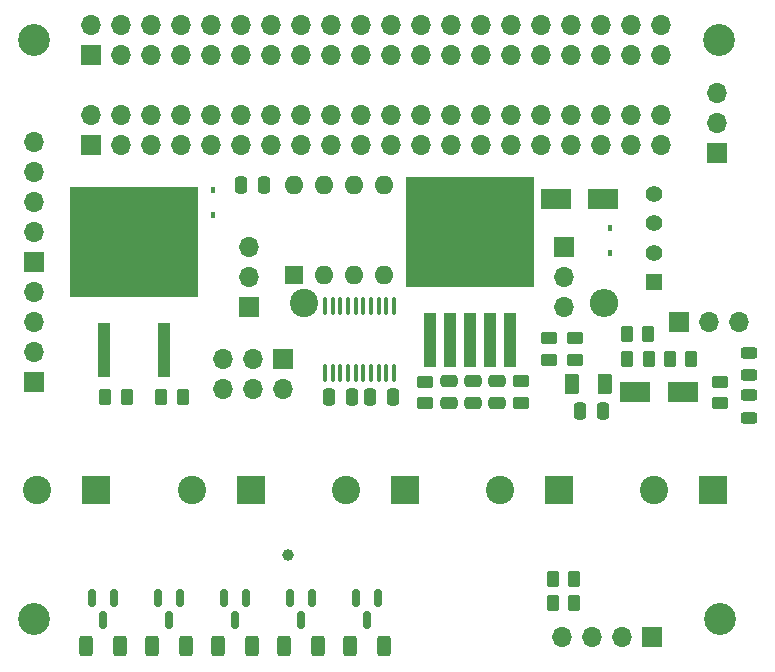
<source format=gts>
G04 #@! TF.GenerationSoftware,KiCad,Pcbnew,(6.0.0-0)*
G04 #@! TF.CreationDate,2022-05-08T21:10:07-05:00*
G04 #@! TF.ProjectId,ras_pi_supercap_ups,7261735f-7069-45f7-9375-706572636170,rev?*
G04 #@! TF.SameCoordinates,Original*
G04 #@! TF.FileFunction,Soldermask,Top*
G04 #@! TF.FilePolarity,Negative*
%FSLAX46Y46*%
G04 Gerber Fmt 4.6, Leading zero omitted, Abs format (unit mm)*
G04 Created by KiCad (PCBNEW (6.0.0-0)) date 2022-05-08 21:10:07*
%MOMM*%
%LPD*%
G01*
G04 APERTURE LIST*
G04 Aperture macros list*
%AMRoundRect*
0 Rectangle with rounded corners*
0 $1 Rounding radius*
0 $2 $3 $4 $5 $6 $7 $8 $9 X,Y pos of 4 corners*
0 Add a 4 corners polygon primitive as box body*
4,1,4,$2,$3,$4,$5,$6,$7,$8,$9,$2,$3,0*
0 Add four circle primitives for the rounded corners*
1,1,$1+$1,$2,$3*
1,1,$1+$1,$4,$5*
1,1,$1+$1,$6,$7*
1,1,$1+$1,$8,$9*
0 Add four rect primitives between the rounded corners*
20,1,$1+$1,$2,$3,$4,$5,0*
20,1,$1+$1,$4,$5,$6,$7,0*
20,1,$1+$1,$6,$7,$8,$9,0*
20,1,$1+$1,$8,$9,$2,$3,0*%
G04 Aperture macros list end*
%ADD10RoundRect,0.100000X0.100000X-0.637500X0.100000X0.637500X-0.100000X0.637500X-0.100000X-0.637500X0*%
%ADD11R,1.408000X1.408000*%
%ADD12C,1.408000*%
%ADD13R,1.100000X4.600000*%
%ADD14R,10.800000X9.400000*%
%ADD15R,0.450000X0.600000*%
%ADD16RoundRect,0.150000X-0.150000X0.587500X-0.150000X-0.587500X0.150000X-0.587500X0.150000X0.587500X0*%
%ADD17RoundRect,0.250000X0.312500X0.625000X-0.312500X0.625000X-0.312500X-0.625000X0.312500X-0.625000X0*%
%ADD18R,2.400000X2.400000*%
%ADD19C,2.400000*%
%ADD20C,1.000000*%
%ADD21RoundRect,0.250000X0.250000X0.475000X-0.250000X0.475000X-0.250000X-0.475000X0.250000X-0.475000X0*%
%ADD22C,2.700000*%
%ADD23RoundRect,0.250000X-0.262500X-0.450000X0.262500X-0.450000X0.262500X0.450000X-0.262500X0.450000X0*%
%ADD24RoundRect,0.250000X-0.250000X-0.475000X0.250000X-0.475000X0.250000X0.475000X-0.250000X0.475000X0*%
%ADD25R,1.700000X1.700000*%
%ADD26O,1.700000X1.700000*%
%ADD27RoundRect,0.250000X-0.450000X0.262500X-0.450000X-0.262500X0.450000X-0.262500X0.450000X0.262500X0*%
%ADD28R,2.500000X1.800000*%
%ADD29RoundRect,0.243750X0.456250X-0.243750X0.456250X0.243750X-0.456250X0.243750X-0.456250X-0.243750X0*%
%ADD30RoundRect,0.250000X0.262500X0.450000X-0.262500X0.450000X-0.262500X-0.450000X0.262500X-0.450000X0*%
%ADD31RoundRect,0.250000X-0.475000X0.250000X-0.475000X-0.250000X0.475000X-0.250000X0.475000X0.250000X0*%
%ADD32RoundRect,0.250000X0.450000X-0.262500X0.450000X0.262500X-0.450000X0.262500X-0.450000X-0.262500X0*%
%ADD33R,1.600000X1.600000*%
%ADD34O,1.600000X1.600000*%
%ADD35RoundRect,0.250000X0.375000X0.625000X-0.375000X0.625000X-0.375000X-0.625000X0.375000X-0.625000X0*%
%ADD36O,2.400000X2.400000*%
G04 APERTURE END LIST*
D10*
X78101000Y-125947500D03*
X78751000Y-125947500D03*
X79401000Y-125947500D03*
X80051000Y-125947500D03*
X80701000Y-125947500D03*
X81351000Y-125947500D03*
X82001000Y-125947500D03*
X82651000Y-125947500D03*
X83301000Y-125947500D03*
X83951000Y-125947500D03*
X83951000Y-131672500D03*
X83301000Y-131672500D03*
X82651000Y-131672500D03*
X82001000Y-131672500D03*
X81351000Y-131672500D03*
X80701000Y-131672500D03*
X80051000Y-131672500D03*
X79401000Y-131672500D03*
X78751000Y-131672500D03*
X78101000Y-131672500D03*
D11*
X105960000Y-123990000D03*
D12*
X105960000Y-121490000D03*
X105960000Y-118990000D03*
X105960000Y-116490000D03*
D13*
X59390000Y-129735000D03*
D14*
X61930000Y-120585000D03*
D13*
X64470000Y-129735000D03*
D15*
X102230000Y-121470000D03*
X102230000Y-119370000D03*
D16*
X71420000Y-150700500D03*
X69520000Y-150700500D03*
X70470000Y-152575500D03*
D17*
X83112500Y-154740000D03*
X80187500Y-154740000D03*
D18*
X84863022Y-141590000D03*
D19*
X79863022Y-141590000D03*
D20*
X74930000Y-147066000D03*
D21*
X80350000Y-133730000D03*
X78450000Y-133730000D03*
D15*
X68610000Y-116200000D03*
X68610000Y-118300000D03*
D18*
X110980000Y-141590000D03*
D19*
X105980000Y-141590000D03*
D22*
X53500000Y-103500000D03*
D23*
X97385500Y-151130000D03*
X99210500Y-151130000D03*
D13*
X86970000Y-128835000D03*
X88670000Y-128835000D03*
X90370000Y-128835000D03*
D14*
X90370000Y-119685000D03*
D13*
X92070000Y-128835000D03*
X93770000Y-128835000D03*
D24*
X81930000Y-133730000D03*
X83830000Y-133730000D03*
D22*
X111500000Y-103500000D03*
D23*
X64257500Y-133690000D03*
X66082500Y-133690000D03*
D25*
X98368000Y-121000000D03*
D26*
X98368000Y-123540000D03*
X98368000Y-126080000D03*
D22*
X111540000Y-152500000D03*
D27*
X94700000Y-132337500D03*
X94700000Y-134162500D03*
D25*
X105805000Y-154040000D03*
D26*
X103265000Y-154040000D03*
X100725000Y-154040000D03*
X98185000Y-154040000D03*
D27*
X86580000Y-132387500D03*
X86580000Y-134212500D03*
D16*
X82600000Y-150700500D03*
X80700000Y-150700500D03*
X81650000Y-152575500D03*
D25*
X74520000Y-130500000D03*
D26*
X74520000Y-133040000D03*
X71980000Y-130500000D03*
X71980000Y-133040000D03*
X69440000Y-130500000D03*
X69440000Y-133040000D03*
D18*
X58746044Y-141590000D03*
D19*
X53746044Y-141590000D03*
D24*
X99710000Y-134870000D03*
X101610000Y-134870000D03*
D17*
X60752500Y-154740000D03*
X57827500Y-154740000D03*
D28*
X104390000Y-133270000D03*
X108390000Y-133270000D03*
D25*
X53501000Y-132440000D03*
D26*
X53501000Y-129900000D03*
X53501000Y-127360000D03*
X53501000Y-124820000D03*
D17*
X66342500Y-154740000D03*
X63417500Y-154740000D03*
D22*
X53500000Y-152500000D03*
D27*
X99290000Y-128697500D03*
X99290000Y-130522500D03*
D29*
X113970000Y-131837500D03*
X113970000Y-129962500D03*
D18*
X71804533Y-141590000D03*
D19*
X66804533Y-141590000D03*
D25*
X111252000Y-113030000D03*
D26*
X111252000Y-110490000D03*
X111252000Y-107950000D03*
D23*
X103647500Y-128360000D03*
X105472500Y-128360000D03*
D17*
X77522500Y-154740000D03*
X74597500Y-154740000D03*
D30*
X61342500Y-133690000D03*
X59517500Y-133690000D03*
D16*
X60240000Y-150700500D03*
X58340000Y-150700500D03*
X59290000Y-152575500D03*
D30*
X109112500Y-130450000D03*
X107287500Y-130450000D03*
D31*
X88620000Y-132330000D03*
X88620000Y-134230000D03*
D21*
X72920000Y-115730000D03*
X71020000Y-115730000D03*
D16*
X77010000Y-150700500D03*
X75110000Y-150700500D03*
X76060000Y-152575500D03*
D30*
X105502500Y-130450000D03*
X103677500Y-130450000D03*
D23*
X97385500Y-149098000D03*
X99210500Y-149098000D03*
D31*
X90670000Y-132320000D03*
X90670000Y-134220000D03*
D17*
X71932500Y-154740000D03*
X69007500Y-154740000D03*
D32*
X111510000Y-134212500D03*
X111510000Y-132387500D03*
D16*
X65830000Y-150700500D03*
X63930000Y-150700500D03*
X64880000Y-152575500D03*
D29*
X113970000Y-135427500D03*
X113970000Y-133552500D03*
D33*
X75450000Y-123350000D03*
D34*
X77990000Y-123350000D03*
X80530000Y-123350000D03*
X83070000Y-123350000D03*
X83070000Y-115730000D03*
X80530000Y-115730000D03*
X77990000Y-115730000D03*
X75450000Y-115730000D03*
D25*
X53501000Y-122280000D03*
D26*
X53501000Y-119740000D03*
X53501000Y-117200000D03*
X53501000Y-114660000D03*
X53501000Y-112120000D03*
D32*
X97080000Y-130522500D03*
X97080000Y-128697500D03*
D31*
X92690000Y-132330000D03*
X92690000Y-134230000D03*
D35*
X101780000Y-132550000D03*
X98980000Y-132550000D03*
D25*
X71645000Y-126075000D03*
D26*
X71645000Y-123535000D03*
X71645000Y-120995000D03*
D25*
X108085000Y-127340000D03*
D26*
X110625000Y-127340000D03*
X113165000Y-127340000D03*
D28*
X97680000Y-116940000D03*
X101680000Y-116940000D03*
D18*
X97921511Y-141590000D03*
D19*
X92921511Y-141590000D03*
D25*
X58300000Y-104770000D03*
D26*
X58300000Y-102230000D03*
X60840000Y-104770000D03*
X60840000Y-102230000D03*
X63380000Y-104770000D03*
X63380000Y-102230000D03*
X65920000Y-104770000D03*
X65920000Y-102230000D03*
X68460000Y-104770000D03*
X68460000Y-102230000D03*
X71000000Y-104770000D03*
X71000000Y-102230000D03*
X73540000Y-104770000D03*
X73540000Y-102230000D03*
X76080000Y-104770000D03*
X76080000Y-102230000D03*
X78620000Y-104770000D03*
X78620000Y-102230000D03*
X81160000Y-104770000D03*
X81160000Y-102230000D03*
X83700000Y-104770000D03*
X83700000Y-102230000D03*
X86240000Y-104770000D03*
X86240000Y-102230000D03*
X88780000Y-104770000D03*
X88780000Y-102230000D03*
X91320000Y-104770000D03*
X91320000Y-102230000D03*
X93860000Y-104770000D03*
X93860000Y-102230000D03*
X96400000Y-104770000D03*
X96400000Y-102230000D03*
X98940000Y-104770000D03*
X98940000Y-102230000D03*
X101480000Y-104770000D03*
X101480000Y-102230000D03*
X104020000Y-104770000D03*
X104020000Y-102230000D03*
X106560000Y-104770000D03*
X106560000Y-102230000D03*
D19*
X76350000Y-125760000D03*
D36*
X101750000Y-125760000D03*
D25*
X58310000Y-112390000D03*
D26*
X58310000Y-109850000D03*
X60850000Y-112390000D03*
X60850000Y-109850000D03*
X63390000Y-112390000D03*
X63390000Y-109850000D03*
X65930000Y-112390000D03*
X65930000Y-109850000D03*
X68470000Y-112390000D03*
X68470000Y-109850000D03*
X71010000Y-112390000D03*
X71010000Y-109850000D03*
X73550000Y-112390000D03*
X73550000Y-109850000D03*
X76090000Y-112390000D03*
X76090000Y-109850000D03*
X78630000Y-112390000D03*
X78630000Y-109850000D03*
X81170000Y-112390000D03*
X81170000Y-109850000D03*
X83710000Y-112390000D03*
X83710000Y-109850000D03*
X86250000Y-112390000D03*
X86250000Y-109850000D03*
X88790000Y-112390000D03*
X88790000Y-109850000D03*
X91330000Y-112390000D03*
X91330000Y-109850000D03*
X93870000Y-112390000D03*
X93870000Y-109850000D03*
X96410000Y-112390000D03*
X96410000Y-109850000D03*
X98950000Y-112390000D03*
X98950000Y-109850000D03*
X101490000Y-112390000D03*
X101490000Y-109850000D03*
X104030000Y-112390000D03*
X104030000Y-109850000D03*
X106570000Y-112390000D03*
X106570000Y-109850000D03*
M02*

</source>
